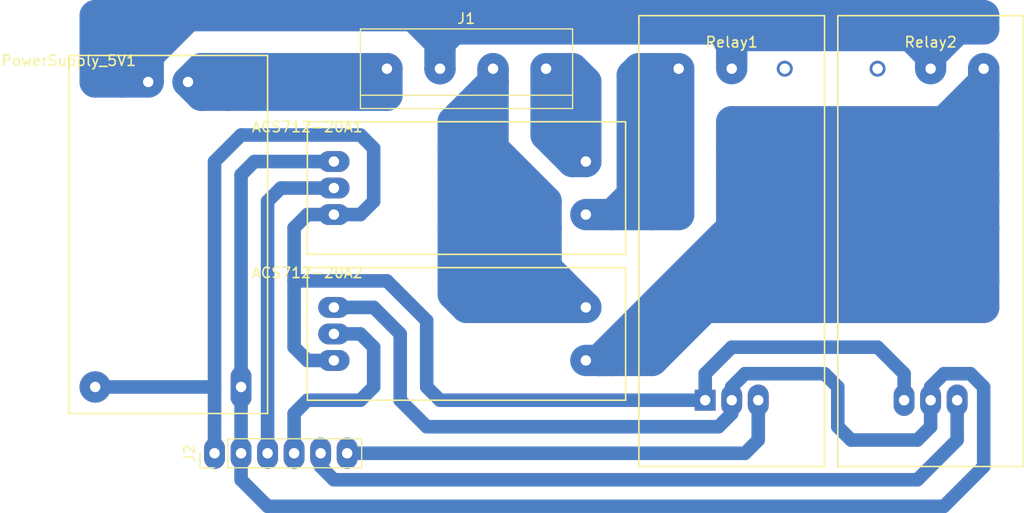
<source format=kicad_pcb>
(kicad_pcb (version 4) (host pcbnew 4.0.6)

  (general
    (links 22)
    (no_connects 0)
    (area 97.487618 38.939999 195.855001 88.480002)
    (thickness 1.6)
    (drawings 0)
    (tracks 240)
    (zones 0)
    (modules 7)
    (nets 15)
  )

  (page A4)
  (layers
    (0 F.Cu signal)
    (31 B.Cu signal)
    (32 B.Adhes user)
    (33 F.Adhes user)
    (34 B.Paste user)
    (35 F.Paste user)
    (36 B.SilkS user)
    (37 F.SilkS user)
    (38 B.Mask user)
    (39 F.Mask user)
    (40 Dwgs.User user)
    (41 Cmts.User user)
    (42 Eco1.User user)
    (43 Eco2.User user)
    (44 Edge.Cuts user)
    (45 Margin user)
    (46 B.CrtYd user)
    (47 F.CrtYd user)
    (48 B.Fab user)
    (49 F.Fab user)
  )

  (setup
    (last_trace_width 1.3)
    (trace_clearance 0.2)
    (zone_clearance 0.508)
    (zone_45_only no)
    (trace_min 0.2)
    (segment_width 0.2)
    (edge_width 0.1)
    (via_size 1.3)
    (via_drill 1.2)
    (via_min_size 0.4)
    (via_min_drill 0.3)
    (uvia_size 0.3)
    (uvia_drill 0.1)
    (uvias_allowed no)
    (uvia_min_size 0.2)
    (uvia_min_drill 0.1)
    (pcb_text_width 0.3)
    (pcb_text_size 1.5 1.5)
    (mod_edge_width 0.15)
    (mod_text_size 1 1)
    (mod_text_width 0.15)
    (pad_size 2 3)
    (pad_drill 1)
    (pad_to_mask_clearance 0)
    (aux_axis_origin 58.42 27.94)
    (visible_elements FFFFFF7F)
    (pcbplotparams
      (layerselection 0x00030_80000001)
      (usegerberextensions false)
      (excludeedgelayer true)
      (linewidth 0.100000)
      (plotframeref false)
      (viasonmask false)
      (mode 1)
      (useauxorigin false)
      (hpglpennumber 1)
      (hpglpenspeed 20)
      (hpglpendiameter 15)
      (hpglpenoverlay 2)
      (psnegative false)
      (psa4output false)
      (plotreference true)
      (plotvalue true)
      (plotinvisibletext false)
      (padsonsilk false)
      (subtractmaskfromsilk false)
      (outputformat 1)
      (mirror false)
      (drillshape 0)
      (scaleselection 1)
      (outputdirectory ""))
  )

  (net 0 "")
  (net 1 "Net-(ACS712-20A1-Pad1)")
  (net 2 "Net-(ACS712-20A1-Pad2)")
  (net 3 "Net-(ACS712-20A1-Pad3)")
  (net 4 "Net-(ACS712-20A1-Pad4)")
  (net 5 "Net-(ACS712-20A1-Pad5)")
  (net 6 "Net-(ACS712-20A2-Pad2)")
  (net 7 "Net-(ACS712-20A2-Pad4)")
  (net 8 "Net-(ACS712-20A2-Pad5)")
  (net 9 "Net-(J1-Pad2)")
  (net 10 "Net-(J1-Pad1)")
  (net 11 "Net-(J2-Pad5)")
  (net 12 "Net-(J2-Pad6)")
  (net 13 "Net-(Relay1-Pad3)")
  (net 14 "Net-(Relay2-Pad2)")

  (net_class Default "Esta es la clase de red por defecto."
    (clearance 0.2)
    (trace_width 1.3)
    (via_dia 1.3)
    (via_drill 1.2)
    (uvia_dia 0.3)
    (uvia_drill 0.1)
    (add_net "Net-(ACS712-20A1-Pad1)")
    (add_net "Net-(ACS712-20A1-Pad2)")
    (add_net "Net-(ACS712-20A1-Pad3)")
    (add_net "Net-(ACS712-20A1-Pad4)")
    (add_net "Net-(ACS712-20A1-Pad5)")
    (add_net "Net-(ACS712-20A2-Pad2)")
    (add_net "Net-(ACS712-20A2-Pad4)")
    (add_net "Net-(ACS712-20A2-Pad5)")
    (add_net "Net-(J1-Pad1)")
    (add_net "Net-(J1-Pad2)")
    (add_net "Net-(J2-Pad5)")
    (add_net "Net-(J2-Pad6)")
    (add_net "Net-(Relay1-Pad3)")
    (add_net "Net-(Relay2-Pad2)")
  )

  (net_class 220V ""
    (clearance 0.2)
    (trace_width 3)
    (via_dia 3)
    (via_drill 1.2)
    (uvia_dia 0.3)
    (uvia_drill 0.1)
  )

  (net_class "220V angosto" ""
    (clearance 0.2)
    (trace_width 3)
    (via_dia 3)
    (via_drill 1)
    (uvia_dia 0.3)
    (uvia_drill 0.1)
  )

  (net_class 5V ""
    (clearance 0.2)
    (trace_width 2)
    (via_dia 1.2)
    (via_drill 1)
    (uvia_dia 0.3)
    (uvia_drill 0.1)
  )

  (module "Huellas de Componentes DqR:ACS712" (layer F.Cu) (tedit 5999CED6) (tstamp 59964475)
    (at 127 64.77)
    (path /5986365D)
    (fp_text reference ACS712-20A2 (at 0 0.5) (layer F.SilkS)
      (effects (font (size 1 1) (thickness 0.15)))
    )
    (fp_text value ACS712-20A (at 0 -0.5) (layer F.Fab)
      (effects (font (size 1 1) (thickness 0.15)))
    )
    (fp_line (start 30.48 12.7) (end 30.48 0) (layer F.SilkS) (width 0.15))
    (fp_line (start 30.48 0) (end 0 0) (layer F.SilkS) (width 0.15))
    (fp_line (start 0 0) (end 0 12.7) (layer F.SilkS) (width 0.15))
    (fp_line (start 0 12.7) (end 30.48 12.7) (layer F.SilkS) (width 0.15))
    (pad 1 thru_hole oval (at 2.54 3.81) (size 3 2) (drill 1) (layers *.Cu *.Mask)
      (net 1 "Net-(ACS712-20A1-Pad1)"))
    (pad 2 thru_hole oval (at 2.54 6.35) (size 3 2) (drill 1) (layers *.Cu *.Mask)
      (net 6 "Net-(ACS712-20A2-Pad2)"))
    (pad 3 thru_hole oval (at 2.54 8.89) (size 3 2) (drill 1) (layers *.Cu *.Mask)
      (net 3 "Net-(ACS712-20A1-Pad3)"))
    (pad 4 thru_hole circle (at 26.67 3.81) (size 1.524 1.524) (drill 1) (layers *.Cu *.Mask)
      (net 7 "Net-(ACS712-20A2-Pad4)"))
    (pad 5 thru_hole circle (at 26.67 8.89) (size 1.524 1.524) (drill 1) (layers *.Cu *.Mask)
      (net 8 "Net-(ACS712-20A2-Pad5)"))
  )

  (module "Huellas de Componentes DqR:ACS712" (layer F.Cu) (tedit 5999CEE0) (tstamp 59964468)
    (at 127 50.8)
    (path /59863649)
    (fp_text reference ACS712-20A1 (at 0 0.5) (layer F.SilkS)
      (effects (font (size 1 1) (thickness 0.15)))
    )
    (fp_text value ACS712-20A (at 0 -0.5) (layer F.Fab)
      (effects (font (size 1 1) (thickness 0.15)))
    )
    (fp_line (start 30.48 12.7) (end 30.48 0) (layer F.SilkS) (width 0.15))
    (fp_line (start 30.48 0) (end 0 0) (layer F.SilkS) (width 0.15))
    (fp_line (start 0 0) (end 0 12.7) (layer F.SilkS) (width 0.15))
    (fp_line (start 0 12.7) (end 30.48 12.7) (layer F.SilkS) (width 0.15))
    (pad 1 thru_hole oval (at 2.54 3.81) (size 3 2) (drill 1) (layers *.Cu *.Mask)
      (net 1 "Net-(ACS712-20A1-Pad1)"))
    (pad 2 thru_hole oval (at 2.54 6.35) (size 3 2) (drill 1) (layers *.Cu *.Mask)
      (net 2 "Net-(ACS712-20A1-Pad2)"))
    (pad 3 thru_hole oval (at 2.54 8.89) (size 3 2) (drill 1) (layers *.Cu *.Mask)
      (net 3 "Net-(ACS712-20A1-Pad3)"))
    (pad 4 thru_hole circle (at 26.67 3.81) (size 1.524 1.524) (drill 1) (layers *.Cu *.Mask)
      (net 4 "Net-(ACS712-20A1-Pad4)"))
    (pad 5 thru_hole circle (at 26.67 8.89) (size 1.524 1.524) (drill 1) (layers *.Cu *.Mask)
      (net 5 "Net-(ACS712-20A1-Pad5)"))
  )

  (module Connectors:bornier4 (layer F.Cu) (tedit 5999CE73) (tstamp 5996448C)
    (at 134.62 45.72)
    (descr "Bornier d'alimentation 4 pins")
    (tags DEV)
    (path /59863F3A)
    (fp_text reference J1 (at 7.6 -4.8) (layer F.SilkS)
      (effects (font (size 1 1) (thickness 0.15)))
    )
    (fp_text value Screw_Terminal_1x04 (at -1.27 -5.08) (layer F.Fab)
      (effects (font (size 1 1) (thickness 0.15)))
    )
    (fp_line (start -2.48 2.55) (end 17.72 2.55) (layer F.Fab) (width 0.1))
    (fp_line (start -2.43 3.75) (end -2.48 3.75) (layer F.Fab) (width 0.1))
    (fp_line (start -2.48 3.75) (end -2.48 -3.75) (layer F.Fab) (width 0.1))
    (fp_line (start -2.48 -3.75) (end 17.72 -3.75) (layer F.Fab) (width 0.1))
    (fp_line (start 17.72 -3.75) (end 17.72 3.75) (layer F.Fab) (width 0.1))
    (fp_line (start 17.72 3.75) (end -2.43 3.75) (layer F.Fab) (width 0.1))
    (fp_line (start -2.54 -3.81) (end -2.54 3.81) (layer F.SilkS) (width 0.12))
    (fp_line (start 17.78 3.81) (end 17.78 -3.81) (layer F.SilkS) (width 0.12))
    (fp_line (start 17.78 2.54) (end -2.54 2.54) (layer F.SilkS) (width 0.12))
    (fp_line (start -2.54 -3.81) (end 17.78 -3.81) (layer F.SilkS) (width 0.12))
    (fp_line (start -2.54 3.81) (end 17.78 3.81) (layer F.SilkS) (width 0.12))
    (fp_line (start -2.73 -4) (end 17.97 -4) (layer F.CrtYd) (width 0.05))
    (fp_line (start -2.73 -4) (end -2.73 4) (layer F.CrtYd) (width 0.05))
    (fp_line (start 17.97 4) (end 17.97 -4) (layer F.CrtYd) (width 0.05))
    (fp_line (start 17.97 4) (end -2.73 4) (layer F.CrtYd) (width 0.05))
    (pad 2 thru_hole circle (at 5.08 0) (size 3 3) (drill 1) (layers *.Cu *.Mask)
      (net 9 "Net-(J1-Pad2)"))
    (pad 3 thru_hole circle (at 10.16 0) (size 3 3) (drill 1) (layers *.Cu *.Mask)
      (net 7 "Net-(ACS712-20A2-Pad4)"))
    (pad 1 thru_hole circle (at 0 0) (size 3 3) (drill 1) (layers *.Cu *.Mask)
      (net 10 "Net-(J1-Pad1)"))
    (pad 4 thru_hole circle (at 15.24 0) (size 3 3) (drill 1) (layers *.Cu *.Mask)
      (net 4 "Net-(ACS712-20A1-Pad4)"))
    (model Connectors.3dshapes/bornier4.wrl
      (at (xyz 0 0 0))
      (scale (xyz 1 1 1))
      (rotate (xyz 0 0 0))
    )
  )

  (module "Huellas de Componentes DqR:PowerSupply5V" (layer F.Cu) (tedit 5999CEFA) (tstamp 599644B0)
    (at 104.14 44.45)
    (path /598643CC)
    (fp_text reference PowerSupply_5V1 (at 0 0.5) (layer F.SilkS)
      (effects (font (size 1 1) (thickness 0.15)))
    )
    (fp_text value PowerSupply_5V (at 0 -0.5) (layer F.Fab)
      (effects (font (size 1 1) (thickness 0.15)))
    )
    (fp_line (start 19.05 34.29) (end 19.05 0) (layer F.SilkS) (width 0.15))
    (fp_line (start 19.05 0) (end 0 0) (layer F.SilkS) (width 0.15))
    (fp_line (start 0 0) (end 0 34.29) (layer F.SilkS) (width 0.15))
    (fp_line (start 0 34.29) (end 19.05 34.29) (layer F.SilkS) (width 0.15))
    (pad 1 thru_hole circle (at 7.62 2.54) (size 2 2) (drill 1) (layers *.Cu *.Mask)
      (net 9 "Net-(J1-Pad2)"))
    (pad 2 thru_hole circle (at 11.43 2.54) (size 2 2) (drill 1) (layers *.Cu *.Mask)
      (net 10 "Net-(J1-Pad1)"))
    (pad 3 thru_hole circle (at 2.54 31.75) (size 3 3) (drill 1) (layers *.Cu *.Mask)
      (net 3 "Net-(ACS712-20A1-Pad3)"))
    (pad 4 thru_hole oval (at 16.51 31.75) (size 2 4) (drill 1) (layers *.Cu *.Mask)
      (net 1 "Net-(ACS712-20A1-Pad1)"))
  )

  (module "Huellas de Componentes DqR:Relay" (layer F.Cu) (tedit 5999CF57) (tstamp 599644BE)
    (at 158.75 40.64)
    (path /59863DAD)
    (fp_text reference Relay1 (at 8.89 2.54) (layer F.SilkS)
      (effects (font (size 1 1) (thickness 0.15)))
    )
    (fp_text value Relay (at 8.89 1.27) (layer F.Fab)
      (effects (font (size 1 1) (thickness 0.15)))
    )
    (fp_line (start 17.78 43.18) (end 17.78 0) (layer F.SilkS) (width 0.15))
    (fp_line (start 17.78 0) (end 0 0) (layer F.SilkS) (width 0.15))
    (fp_line (start 0 0) (end 0 43.18) (layer F.SilkS) (width 0.15))
    (fp_line (start 0 43.18) (end 17.78 43.18) (layer F.SilkS) (width 0.15))
    (pad 4 thru_hole trapezoid (at 6.35 36.83) (size 2 2) (drill 1) (layers *.Cu *.Mask)
      (net 3 "Net-(ACS712-20A1-Pad3)"))
    (pad 5 thru_hole oval (at 8.89 36.83) (size 2 3) (drill 1) (layers *.Cu *.Mask)
      (net 1 "Net-(ACS712-20A1-Pad1)"))
    (pad 6 thru_hole oval (at 11.43 36.83) (size 2 3) (drill 1) (layers *.Cu *.Mask)
      (net 12 "Net-(J2-Pad6)"))
    (pad 2 thru_hole circle (at 3.81 5.08) (size 1.524 1.524) (drill 1) (layers *.Cu *.Mask)
      (net 5 "Net-(ACS712-20A1-Pad5)"))
    (pad 1 thru_hole circle (at 8.89 5.08) (size 2 2) (drill 1) (layers *.Cu *.Mask)
      (net 9 "Net-(J1-Pad2)"))
    (pad 3 thru_hole circle (at 13.97 5.08) (size 1.524 1.524) (drill 1) (layers *.Cu *.Mask)
      (net 13 "Net-(Relay1-Pad3)"))
  )

  (module "Huellas de Componentes DqR:Relay" (layer F.Cu) (tedit 5999CEC1) (tstamp 599644CC)
    (at 177.8 40.64)
    (path /59863DC1)
    (fp_text reference Relay2 (at 8.89 2.54) (layer F.SilkS)
      (effects (font (size 1 1) (thickness 0.15)))
    )
    (fp_text value Relay (at 8.89 1.27) (layer F.Fab)
      (effects (font (size 1 1) (thickness 0.15)))
    )
    (fp_line (start 17.78 43.18) (end 17.78 0) (layer F.SilkS) (width 0.15))
    (fp_line (start 17.78 0) (end 0 0) (layer F.SilkS) (width 0.15))
    (fp_line (start 0 0) (end 0 43.18) (layer F.SilkS) (width 0.15))
    (fp_line (start 0 43.18) (end 17.78 43.18) (layer F.SilkS) (width 0.15))
    (pad 4 thru_hole oval (at 6.35 36.83) (size 2 3) (drill 1) (layers *.Cu *.Mask)
      (net 3 "Net-(ACS712-20A1-Pad3)"))
    (pad 5 thru_hole oval (at 8.89 36.83) (size 2 3) (drill 1) (layers *.Cu *.Mask)
      (net 1 "Net-(ACS712-20A1-Pad1)"))
    (pad 6 thru_hole oval (at 11.43 36.83) (size 2 3) (drill 1) (layers *.Cu *.Mask)
      (net 11 "Net-(J2-Pad5)"))
    (pad 2 thru_hole circle (at 3.81 5.08) (size 1.524 1.524) (drill 1) (layers *.Cu *.Mask)
      (net 14 "Net-(Relay2-Pad2)"))
    (pad 1 thru_hole circle (at 8.89 5.08) (size 1.524 1.524) (drill 1) (layers *.Cu *.Mask)
      (net 9 "Net-(J1-Pad2)"))
    (pad 3 thru_hole circle (at 13.97 5.08) (size 1.524 1.524) (drill 1) (layers *.Cu *.Mask)
      (net 8 "Net-(ACS712-20A2-Pad5)"))
  )

  (module Pin_Headers:Pin_Header_Straight_1x06_Pitch2.54mm (layer F.Cu) (tedit 5999CCAB) (tstamp 599644A4)
    (at 118.11 82.55 90)
    (descr "Through hole straight pin header, 1x06, 2.54mm pitch, single row")
    (tags "Through hole pin header THT 1x06 2.54mm single row")
    (path /5987931C)
    (fp_text reference J2 (at 0 -2.39 90) (layer F.SilkS)
      (effects (font (size 1 1) (thickness 0.15)))
    )
    (fp_text value CONN_01X06 (at 0 15.09 90) (layer F.Fab)
      (effects (font (size 1 1) (thickness 0.15)))
    )
    (fp_line (start -1.27 -1.27) (end -1.27 13.97) (layer F.Fab) (width 0.1))
    (fp_line (start -1.27 13.97) (end 1.27 13.97) (layer F.Fab) (width 0.1))
    (fp_line (start 1.27 13.97) (end 1.27 -1.27) (layer F.Fab) (width 0.1))
    (fp_line (start 1.27 -1.27) (end -1.27 -1.27) (layer F.Fab) (width 0.1))
    (fp_line (start -1.39 1.27) (end -1.39 14.09) (layer F.SilkS) (width 0.12))
    (fp_line (start -1.39 14.09) (end 1.39 14.09) (layer F.SilkS) (width 0.12))
    (fp_line (start 1.39 14.09) (end 1.39 1.27) (layer F.SilkS) (width 0.12))
    (fp_line (start 1.39 1.27) (end -1.39 1.27) (layer F.SilkS) (width 0.12))
    (fp_line (start -1.39 0) (end -1.39 -1.39) (layer F.SilkS) (width 0.12))
    (fp_line (start -1.39 -1.39) (end 0 -1.39) (layer F.SilkS) (width 0.12))
    (fp_line (start -1.6 -1.6) (end -1.6 14.3) (layer F.CrtYd) (width 0.05))
    (fp_line (start -1.6 14.3) (end 1.6 14.3) (layer F.CrtYd) (width 0.05))
    (fp_line (start 1.6 14.3) (end 1.6 -1.6) (layer F.CrtYd) (width 0.05))
    (fp_line (start 1.6 -1.6) (end -1.6 -1.6) (layer F.CrtYd) (width 0.05))
    (pad 1 thru_hole oval (at 0 0 90) (size 3 2) (drill 1) (layers *.Cu *.Mask)
      (net 3 "Net-(ACS712-20A1-Pad3)"))
    (pad 2 thru_hole oval (at 0 2.54 90) (size 3 2) (drill 1) (layers *.Cu *.Mask)
      (net 1 "Net-(ACS712-20A1-Pad1)"))
    (pad 3 thru_hole oval (at 0 5.08 90) (size 3 2) (drill 1) (layers *.Cu *.Mask)
      (net 2 "Net-(ACS712-20A1-Pad2)"))
    (pad 4 thru_hole oval (at 0 7.62 90) (size 3 2) (drill 1) (layers *.Cu *.Mask)
      (net 6 "Net-(ACS712-20A2-Pad2)"))
    (pad 5 thru_hole oval (at 0 10.16 90) (size 3 2) (drill 1) (layers *.Cu *.Mask)
      (net 11 "Net-(J2-Pad5)"))
    (pad 6 thru_hole oval (at 0 12.7 90) (size 3 2) (drill 1) (layers *.Cu *.Mask)
      (net 12 "Net-(J2-Pad6)"))
    (model Pin_Headers.3dshapes/Pin_Header_Straight_1x06_Pitch2.54mm.wrl
      (at (xyz 0 -0.25 0))
      (scale (xyz 1 1 1))
      (rotate (xyz 0 0 90))
    )
  )

  (segment (start 129.54 68.58) (end 133.35 68.58) (width 1.3) (layer B.Cu) (net 1))
  (segment (start 167.64 78.74) (end 167.64 77.47) (width 1.3) (layer B.Cu) (net 1) (tstamp 5999C810))
  (segment (start 166.37 80.01) (end 167.64 78.74) (width 1.3) (layer B.Cu) (net 1) (tstamp 5999C807))
  (segment (start 138.43 80.01) (end 166.37 80.01) (width 1.3) (layer B.Cu) (net 1) (tstamp 5999C805))
  (segment (start 135.89 77.47) (end 138.43 80.01) (width 1.3) (layer B.Cu) (net 1) (tstamp 5999C802))
  (segment (start 135.89 71.12) (end 135.89 77.47) (width 1.3) (layer B.Cu) (net 1) (tstamp 5999C801))
  (segment (start 133.35 68.58) (end 135.89 71.12) (width 1.3) (layer B.Cu) (net 1) (tstamp 5999C7FF))
  (segment (start 120.65 81.28) (end 120.65 85.09) (width 1.3) (layer B.Cu) (net 1))
  (segment (start 186.69 76.2) (end 186.69 77.47) (width 1.3) (layer B.Cu) (net 1) (tstamp 59999644))
  (segment (start 187.96 74.93) (end 186.69 76.2) (width 1.3) (layer B.Cu) (net 1) (tstamp 59999643))
  (segment (start 190.5 74.93) (end 187.96 74.93) (width 1.3) (layer B.Cu) (net 1) (tstamp 59999642))
  (segment (start 191.77 76.2) (end 190.5 74.93) (width 1.3) (layer B.Cu) (net 1) (tstamp 5999963D))
  (segment (start 191.77 83.82) (end 191.77 76.2) (width 1.3) (layer B.Cu) (net 1) (tstamp 59999639))
  (segment (start 187.96 87.63) (end 191.77 83.82) (width 1.3) (layer B.Cu) (net 1) (tstamp 59999638))
  (segment (start 123.19 87.63) (end 187.96 87.63) (width 1.3) (layer B.Cu) (net 1) (tstamp 59999634))
  (segment (start 120.65 85.09) (end 123.19 87.63) (width 1.3) (layer B.Cu) (net 1) (tstamp 59999631))
  (segment (start 120.65 76.2) (end 120.65 55.88) (width 1.3) (layer B.Cu) (net 1))
  (segment (start 120.65 55.88) (end 121.92 54.61) (width 1.3) (layer B.Cu) (net 1) (tstamp 599994EF))
  (segment (start 121.92 54.61) (end 129.54 54.61) (width 1.3) (layer B.Cu) (net 1) (tstamp 599994F1))
  (segment (start 120.65 76.2) (end 120.65 81.28) (width 1.3) (layer B.Cu) (net 1))
  (segment (start 167.64 77.47) (end 167.64 76.2) (width 1.3) (layer B.Cu) (net 1))
  (segment (start 167.64 76.2) (end 168.91 74.93) (width 1.3) (layer B.Cu) (net 1) (tstamp 59999472))
  (segment (start 168.91 74.93) (end 176.53 74.93) (width 1.3) (layer B.Cu) (net 1) (tstamp 59999474))
  (segment (start 176.53 74.93) (end 177.8 76.2) (width 1.3) (layer B.Cu) (net 1) (tstamp 59999475))
  (segment (start 177.8 76.2) (end 177.8 80.01) (width 1.3) (layer B.Cu) (net 1) (tstamp 59999476))
  (segment (start 177.8 80.01) (end 179.07 81.28) (width 1.3) (layer B.Cu) (net 1) (tstamp 59999478))
  (segment (start 179.07 81.28) (end 185.42 81.28) (width 1.3) (layer B.Cu) (net 1) (tstamp 5999947C))
  (segment (start 185.42 81.28) (end 186.69 80.01) (width 1.3) (layer B.Cu) (net 1) (tstamp 5999947F))
  (segment (start 186.69 80.01) (end 186.69 77.47) (width 1.3) (layer B.Cu) (net 1) (tstamp 59999480))
  (segment (start 123.19 82.55) (end 123.19 81.28) (width 1.3) (layer B.Cu) (net 2))
  (segment (start 123.19 58.42) (end 124.46 57.15) (width 1.3) (layer B.Cu) (net 2) (tstamp 599994C7))
  (segment (start 124.46 57.15) (end 129.54 57.15) (width 1.3) (layer B.Cu) (net 2) (tstamp 599994CA))
  (segment (start 123.19 81.28) (end 123.19 58.42) (width 1.3) (layer B.Cu) (net 2))
  (segment (start 118.11 82.55) (end 118.11 81.28) (width 1.3) (layer B.Cu) (net 3))
  (segment (start 118.11 81.28) (end 118.11 76.2) (width 1.3) (layer B.Cu) (net 3))
  (segment (start 165.1 77.47) (end 139.7 77.47) (width 1.3) (layer B.Cu) (net 3))
  (segment (start 134.62 66.04) (end 125.73 66.04) (width 1.3) (layer B.Cu) (net 3) (tstamp 5999C7E6))
  (segment (start 138.43 69.85) (end 134.62 66.04) (width 1.3) (layer B.Cu) (net 3) (tstamp 5999C7E1))
  (segment (start 138.43 76.2) (end 138.43 69.85) (width 1.3) (layer B.Cu) (net 3) (tstamp 5999C7DD))
  (segment (start 139.7 77.47) (end 138.43 76.2) (width 1.3) (layer B.Cu) (net 3) (tstamp 5999C7D8))
  (segment (start 106.68 76.2) (end 118.11 76.2) (width 1.3) (layer B.Cu) (net 3))
  (segment (start 118.11 76.2) (end 118.11 54.61) (width 1.3) (layer B.Cu) (net 3) (tstamp 5999A593))
  (segment (start 132.08 59.69) (end 129.54 59.69) (width 1.3) (layer B.Cu) (net 3) (tstamp 5999A52E))
  (segment (start 133.35 58.42) (end 132.08 59.69) (width 1.3) (layer B.Cu) (net 3) (tstamp 5999A52D))
  (segment (start 133.35 53.34) (end 133.35 58.42) (width 1.3) (layer B.Cu) (net 3) (tstamp 5999A52C))
  (segment (start 132.08 52.07) (end 133.35 53.34) (width 1.3) (layer B.Cu) (net 3) (tstamp 5999A529))
  (segment (start 120.65 52.07) (end 132.08 52.07) (width 1.3) (layer B.Cu) (net 3) (tstamp 5999A528))
  (segment (start 118.11 54.61) (end 120.65 52.07) (width 1.3) (layer B.Cu) (net 3) (tstamp 5999A523))
  (segment (start 165.1 77.47) (end 165.1 77.47) (width 1.3) (layer B.Cu) (net 3) (tstamp 5999A44C))
  (segment (start 129.54 59.69) (end 127 59.69) (width 1.3) (layer B.Cu) (net 3))
  (segment (start 127 59.69) (end 125.73 60.96) (width 1.3) (layer B.Cu) (net 3) (tstamp 5999A432))
  (segment (start 125.73 60.96) (end 125.73 66.04) (width 1.3) (layer B.Cu) (net 3) (tstamp 5999A433))
  (segment (start 125.73 66.04) (end 125.73 67.31) (width 1.3) (layer B.Cu) (net 3) (tstamp 5999A43F))
  (segment (start 127 73.66) (end 125.73 72.39) (width 1.3) (layer B.Cu) (net 3) (tstamp 59999D2C))
  (segment (start 125.73 72.39) (end 125.73 67.31) (width 1.3) (layer B.Cu) (net 3) (tstamp 59999D2D))
  (segment (start 129.54 73.66) (end 127 73.66) (width 1.3) (layer B.Cu) (net 3))
  (segment (start 184.15 77.47) (end 184.15 74.93) (width 1.3) (layer B.Cu) (net 3))
  (segment (start 184.15 74.93) (end 181.61 72.39) (width 1.3) (layer B.Cu) (net 3) (tstamp 59999CEA))
  (segment (start 181.61 72.39) (end 167.64 72.39) (width 1.3) (layer B.Cu) (net 3) (tstamp 59999CEB))
  (segment (start 167.64 72.39) (end 165.1 74.93) (width 1.3) (layer B.Cu) (net 3) (tstamp 59999CEE))
  (segment (start 165.1 74.93) (end 165.1 77.47) (width 1.3) (layer B.Cu) (net 3) (tstamp 59999CF0))
  (segment (start 153.67 54.61) (end 152.4 54.61) (width 3) (layer B.Cu) (net 4))
  (segment (start 153.67 54.61) (end 153.67 46.99) (width 3) (layer B.Cu) (net 4))
  (segment (start 152.4 45.72) (end 149.86 45.72) (width 3) (layer B.Cu) (net 4) (tstamp 599998CB))
  (segment (start 153.67 46.99) (end 152.4 45.72) (width 3) (layer B.Cu) (net 4) (tstamp 599998C7))
  (segment (start 149.86 45.72) (end 149.86 52.07) (width 3) (layer B.Cu) (net 4) (tstamp 599998CC))
  (segment (start 149.86 52.07) (end 152.4 54.61) (width 3) (layer B.Cu) (net 4) (tstamp 599998CE))
  (segment (start 152.4 54.61) (end 152.4 52.07) (width 3) (layer B.Cu) (net 4) (tstamp 599998D0))
  (segment (start 152.4 52.07) (end 152.4 48.26) (width 3) (layer B.Cu) (net 4) (tstamp 599998D1))
  (segment (start 158.115 57.785) (end 158.115 46.355) (width 3) (layer B.Cu) (net 5))
  (segment (start 158.75 45.72) (end 160.02 45.72) (width 3) (layer B.Cu) (net 5) (tstamp 59999A9A))
  (segment (start 158.115 46.355) (end 158.75 45.72) (width 3) (layer B.Cu) (net 5) (tstamp 59999A98))
  (segment (start 160.02 59.69) (end 160.02 53.34) (width 3) (layer B.Cu) (net 5))
  (segment (start 160.02 53.34) (end 160.02 55.88) (width 3) (layer B.Cu) (net 5) (tstamp 599998BF))
  (segment (start 160.02 55.88) (end 158.115 57.785) (width 3) (layer B.Cu) (net 5) (tstamp 599998C0))
  (segment (start 158.115 57.785) (end 156.21 59.69) (width 3) (layer B.Cu) (net 5) (tstamp 59999A96))
  (segment (start 162.56 45.72) (end 162.56 59.69) (width 3) (layer B.Cu) (net 5))
  (segment (start 162.56 59.69) (end 160.02 59.69) (width 3) (layer B.Cu) (net 5) (tstamp 5999988A))
  (segment (start 160.02 59.69) (end 156.21 59.69) (width 3) (layer B.Cu) (net 5) (tstamp 599998BD))
  (segment (start 156.21 59.69) (end 153.67 59.69) (width 3) (layer B.Cu) (net 5) (tstamp 599998C3))
  (segment (start 160.02 45.72) (end 162.56 45.72) (width 3) (layer B.Cu) (net 5))
  (segment (start 160.02 45.72) (end 160.02 53.34) (width 3) (layer B.Cu) (net 5) (tstamp 599998A8))
  (segment (start 125.73 82.55) (end 125.73 81.28) (width 1.3) (layer B.Cu) (net 6))
  (segment (start 125.73 78.74) (end 127 77.47) (width 1.3) (layer B.Cu) (net 6) (tstamp 59999700))
  (segment (start 127 77.47) (end 132.08 77.47) (width 1.3) (layer B.Cu) (net 6) (tstamp 59999702))
  (segment (start 132.08 77.47) (end 133.35 76.2) (width 1.3) (layer B.Cu) (net 6) (tstamp 59999703))
  (segment (start 133.35 76.2) (end 133.35 72.39) (width 1.3) (layer B.Cu) (net 6) (tstamp 59999704))
  (segment (start 133.35 72.39) (end 132.08 71.12) (width 1.3) (layer B.Cu) (net 6) (tstamp 59999705))
  (segment (start 132.08 71.12) (end 129.54 71.12) (width 1.3) (layer B.Cu) (net 6) (tstamp 59999706))
  (segment (start 125.73 81.28) (end 125.73 78.74) (width 1.3) (layer B.Cu) (net 6))
  (segment (start 144.78 45.72) (end 144.78 46.99) (width 3) (layer B.Cu) (net 7))
  (segment (start 144.78 50.8) (end 140.97 50.8) (width 3) (layer B.Cu) (net 7))
  (segment (start 144.78 53.34) (end 143.51 53.34) (width 3) (layer B.Cu) (net 7))
  (segment (start 143.51 53.34) (end 140.97 50.8) (width 3) (layer B.Cu) (net 7) (tstamp 599997B8))
  (segment (start 144.78 53.34) (end 144.78 53.34) (width 3) (layer B.Cu) (net 7))
  (segment (start 144.78 53.34) (end 140.97 53.34) (width 3) (layer B.Cu) (net 7) (tstamp 599997B6))
  (segment (start 140.97 53.34) (end 142.24 53.34) (width 3) (layer B.Cu) (net 7) (tstamp 599997B1))
  (segment (start 142.24 53.34) (end 140.97 53.34) (width 3) (layer B.Cu) (net 7) (tstamp 599997B3))
  (segment (start 147.32 55.88) (end 140.97 55.88) (width 3) (layer B.Cu) (net 7))
  (segment (start 140.97 55.88) (end 142.24 55.88) (width 3) (layer B.Cu) (net 7) (tstamp 599997AC))
  (segment (start 142.24 55.88) (end 140.97 55.88) (width 3) (layer B.Cu) (net 7) (tstamp 599997AE))
  (segment (start 149.86 58.42) (end 140.97 58.42) (width 3) (layer B.Cu) (net 7))
  (segment (start 140.97 58.42) (end 142.24 58.42) (width 3) (layer B.Cu) (net 7) (tstamp 599997A5))
  (segment (start 142.24 58.42) (end 140.97 58.42) (width 3) (layer B.Cu) (net 7) (tstamp 599997A7))
  (segment (start 149.86 60.96) (end 140.97 60.96) (width 3) (layer B.Cu) (net 7))
  (segment (start 140.97 60.96) (end 142.24 60.96) (width 3) (layer B.Cu) (net 7) (tstamp 599997A0))
  (segment (start 142.24 60.96) (end 140.97 60.96) (width 3) (layer B.Cu) (net 7) (tstamp 599997A2))
  (segment (start 149.86 63.5) (end 140.97 63.5) (width 3) (layer B.Cu) (net 7))
  (segment (start 140.97 63.5) (end 142.24 63.5) (width 3) (layer B.Cu) (net 7) (tstamp 59999799))
  (segment (start 142.24 63.5) (end 140.97 63.5) (width 3) (layer B.Cu) (net 7) (tstamp 5999979B))
  (segment (start 151.13 66.04) (end 140.97 66.04) (width 3) (layer B.Cu) (net 7))
  (segment (start 140.97 66.04) (end 142.24 66.04) (width 3) (layer B.Cu) (net 7) (tstamp 59999792))
  (segment (start 142.24 66.04) (end 140.97 66.04) (width 3) (layer B.Cu) (net 7) (tstamp 59999794))
  (segment (start 149.86 64.77) (end 149.86 63.5) (width 3) (layer B.Cu) (net 7))
  (segment (start 149.86 63.5) (end 149.86 60.96) (width 3) (layer B.Cu) (net 7) (tstamp 59999797))
  (segment (start 149.86 60.96) (end 149.86 58.42) (width 3) (layer B.Cu) (net 7) (tstamp 5999979E))
  (segment (start 149.86 58.42) (end 147.32 55.88) (width 3) (layer B.Cu) (net 7) (tstamp 59999783))
  (segment (start 147.32 55.88) (end 144.78 53.34) (width 3) (layer B.Cu) (net 7) (tstamp 599997AA))
  (segment (start 153.67 68.58) (end 142.24 68.58) (width 3) (layer B.Cu) (net 7))
  (segment (start 142.24 68.58) (end 140.97 67.31) (width 3) (layer B.Cu) (net 7) (tstamp 59999770))
  (segment (start 140.97 67.31) (end 140.97 66.04) (width 3) (layer B.Cu) (net 7) (tstamp 59999774))
  (segment (start 140.97 50.8) (end 144.78 46.99) (width 3) (layer B.Cu) (net 7) (tstamp 59999777))
  (segment (start 140.97 53.34) (end 140.97 50.8) (width 3) (layer B.Cu) (net 7) (tstamp 599997B4))
  (segment (start 140.97 55.88) (end 140.97 53.34) (width 3) (layer B.Cu) (net 7) (tstamp 599997AF))
  (segment (start 140.97 58.42) (end 140.97 55.88) (width 3) (layer B.Cu) (net 7) (tstamp 599997A8))
  (segment (start 140.97 60.96) (end 140.97 58.42) (width 3) (layer B.Cu) (net 7) (tstamp 599997A3))
  (segment (start 140.97 63.5) (end 140.97 60.96) (width 3) (layer B.Cu) (net 7) (tstamp 5999979C))
  (segment (start 140.97 66.04) (end 140.97 63.5) (width 3) (layer B.Cu) (net 7) (tstamp 59999795))
  (segment (start 144.78 46.99) (end 144.78 48.26) (width 3) (layer B.Cu) (net 7) (tstamp 5999977B))
  (segment (start 144.78 45.72) (end 144.78 48.26) (width 3) (layer B.Cu) (net 7))
  (segment (start 144.78 48.26) (end 144.78 50.8) (width 3) (layer B.Cu) (net 7) (tstamp 5999977F))
  (segment (start 144.78 50.8) (end 144.78 53.34) (width 3) (layer B.Cu) (net 7) (tstamp 599997BB))
  (segment (start 149.86 64.77) (end 151.13 66.04) (width 3) (layer B.Cu) (net 7) (tstamp 59999781))
  (segment (start 151.13 66.04) (end 153.67 68.58) (width 3) (layer B.Cu) (net 7) (tstamp 59999790))
  (segment (start 158.75 73.66) (end 160.02 73.66) (width 3) (layer B.Cu) (net 8))
  (segment (start 160.02 73.66) (end 165.1 68.58) (width 3) (layer B.Cu) (net 8) (tstamp 59999B49))
  (segment (start 153.67 73.66) (end 154.94 73.66) (width 3) (layer B.Cu) (net 8))
  (segment (start 154.94 73.66) (end 167.64 60.96) (width 3) (layer B.Cu) (net 8) (tstamp 59999B03))
  (segment (start 167.64 60.96) (end 167.64 66.04) (width 3) (layer B.Cu) (net 8) (tstamp 59999B0A))
  (segment (start 167.64 66.04) (end 163.83 66.04) (width 3) (layer B.Cu) (net 8) (tstamp 59999B0C))
  (segment (start 161.29 68.58) (end 158.75 71.12) (width 3) (layer B.Cu) (net 8))
  (segment (start 161.29 68.58) (end 165.1 68.58) (width 3) (layer B.Cu) (net 8) (tstamp 599999E0))
  (segment (start 165.1 68.58) (end 166.856596 68.58) (width 3) (layer B.Cu) (net 8) (tstamp 59999B4D))
  (segment (start 191.77 68.58) (end 191.77 66.04) (width 3) (layer B.Cu) (net 8) (tstamp 599999E4))
  (segment (start 166.856596 68.58) (end 191.77 68.58) (width 3) (layer B.Cu) (net 8) (tstamp 59999B1D))
  (segment (start 154.94 73.66) (end 156.21 73.66) (width 3) (layer B.Cu) (net 8))
  (segment (start 156.21 73.66) (end 158.75 71.12) (width 3) (layer B.Cu) (net 8) (tstamp 59999A60))
  (segment (start 191.77 52.07) (end 190.5 52.07) (width 3) (layer B.Cu) (net 8))
  (segment (start 189.23 53.34) (end 167.64 53.34) (width 3) (layer B.Cu) (net 8))
  (segment (start 190.5 52.07) (end 189.23 53.34) (width 3) (layer B.Cu) (net 8) (tstamp 59999A54))
  (segment (start 191.77 55.88) (end 167.64 55.88) (width 3) (layer B.Cu) (net 8))
  (segment (start 191.77 58.42) (end 170.18 58.42) (width 3) (layer B.Cu) (net 8))
  (segment (start 170.18 58.42) (end 167.64 60.96) (width 3) (layer B.Cu) (net 8) (tstamp 59999A49))
  (segment (start 191.77 60.96) (end 167.64 60.96) (width 3) (layer B.Cu) (net 8))
  (segment (start 189.23 63.5) (end 167.64 63.5) (width 3) (layer B.Cu) (net 8))
  (segment (start 167.64 50.8) (end 187.96 50.8) (width 3) (layer B.Cu) (net 8))
  (segment (start 191.77 46.99) (end 191.77 45.72) (width 3) (layer B.Cu) (net 8) (tstamp 59999A18))
  (segment (start 167.64 53.34) (end 167.64 50.8) (width 3) (layer B.Cu) (net 8) (tstamp 59999A33))
  (segment (start 187.96 50.8) (end 191.77 46.99) (width 3) (layer B.Cu) (net 8) (tstamp 59999A11))
  (segment (start 167.64 63.5) (end 167.64 60.96) (width 3) (layer B.Cu) (net 8) (tstamp 59999A21))
  (segment (start 167.64 60.96) (end 167.64 55.88) (width 3) (layer B.Cu) (net 8) (tstamp 59999A45))
  (segment (start 167.64 55.88) (end 167.64 53.34) (width 3) (layer B.Cu) (net 8) (tstamp 59999A50))
  (segment (start 191.77 66.04) (end 187.96 66.04) (width 3) (layer B.Cu) (net 8))
  (segment (start 187.96 66.04) (end 167.64 66.04) (width 3) (layer B.Cu) (net 8) (tstamp 59999A07))
  (segment (start 167.64 66.04) (end 167.64 63.5) (width 3) (layer B.Cu) (net 8))
  (segment (start 158.75 73.66) (end 158.75 71.12) (width 3) (layer B.Cu) (net 8))
  (segment (start 154.94 73.66) (end 158.75 73.66) (width 3) (layer B.Cu) (net 8) (tstamp 59999A5E))
  (segment (start 191.77 66.04) (end 191.77 60.96) (width 3) (layer B.Cu) (net 8) (tstamp 59999A26))
  (segment (start 191.77 60.96) (end 191.77 58.42) (width 3) (layer B.Cu) (net 8) (tstamp 59999A41))
  (segment (start 191.77 58.42) (end 191.77 55.88) (width 3) (layer B.Cu) (net 8) (tstamp 59999A47))
  (segment (start 191.77 55.88) (end 191.77 52.07) (width 3) (layer B.Cu) (net 8) (tstamp 59999A4C))
  (segment (start 191.77 52.07) (end 191.77 45.72) (width 3) (layer B.Cu) (net 8) (tstamp 59999A52))
  (segment (start 167.64 44.45) (end 165.1 41.91) (width 1.3) (layer B.Cu) (net 9))
  (segment (start 167.64 41.91) (end 165.1 41.91) (width 3) (layer B.Cu) (net 9))
  (segment (start 165.1 41.91) (end 140.97 41.91) (width 3) (layer B.Cu) (net 9) (tstamp 59999D73))
  (segment (start 140.97 41.91) (end 139.7 43.18) (width 3) (layer B.Cu) (net 9) (tstamp 59999BBB))
  (segment (start 186.055 43.815) (end 187.325 43.815) (width 3) (layer B.Cu) (net 9))
  (segment (start 189.23 40.64) (end 182.88 40.64) (width 3) (layer B.Cu) (net 9) (tstamp 599999AC))
  (segment (start 191.77 40.64) (end 189.23 40.64) (width 3) (layer B.Cu) (net 9) (tstamp 599999AA))
  (segment (start 191.77 41.91) (end 191.77 40.64) (width 3) (layer B.Cu) (net 9) (tstamp 599999A9))
  (segment (start 189.23 41.91) (end 191.77 41.91) (width 3) (layer B.Cu) (net 9) (tstamp 599999A7))
  (segment (start 187.325 43.815) (end 189.23 41.91) (width 3) (layer B.Cu) (net 9) (tstamp 599999A6))
  (segment (start 184.785 42.545) (end 168.91 42.545) (width 3) (layer B.Cu) (net 9))
  (segment (start 168.91 42.545) (end 167.64 42.545) (width 3) (layer B.Cu) (net 9) (tstamp 59998CA8))
  (segment (start 167.64 42.545) (end 167.64 41.91) (width 3) (layer B.Cu) (net 9) (tstamp 59998CA1))
  (segment (start 182.88 40.64) (end 184.785 42.545) (width 3) (layer B.Cu) (net 9))
  (segment (start 184.785 42.545) (end 186.055 43.815) (width 3) (layer B.Cu) (net 9) (tstamp 59998C9F))
  (segment (start 186.055 43.815) (end 186.69 44.45) (width 3) (layer B.Cu) (net 9) (tstamp 599999A4))
  (segment (start 186.69 44.45) (end 186.69 41.91) (width 3) (layer B.Cu) (net 9) (tstamp 59998C8D))
  (segment (start 186.69 41.91) (end 185.42 40.64) (width 3) (layer B.Cu) (net 9) (tstamp 59998ABA))
  (segment (start 185.42 40.64) (end 182.88 40.64) (width 3) (layer B.Cu) (net 9) (tstamp 59998ABE))
  (segment (start 182.88 40.64) (end 167.64 40.64) (width 3) (layer B.Cu) (net 9) (tstamp 59998C8B))
  (segment (start 186.69 44.45) (end 186.69 41.91) (width 3) (layer B.Cu) (net 9))
  (segment (start 186.69 45.72) (end 186.69 44.45) (width 3) (layer B.Cu) (net 9))
  (segment (start 109.22 40.64) (end 109.22 44.45) (width 3) (layer B.Cu) (net 9))
  (segment (start 111.76 40.64) (end 111.76 44.45) (width 3) (layer B.Cu) (net 9))
  (segment (start 111.76 44.45) (end 109.22 46.99) (width 3) (layer B.Cu) (net 9) (tstamp 59998C4A))
  (segment (start 109.22 46.99) (end 106.68 46.99) (width 3) (layer B.Cu) (net 9) (tstamp 59998C4B))
  (segment (start 111.76 44.45) (end 115.57 40.64) (width 3) (layer B.Cu) (net 9))
  (segment (start 111.76 46.99) (end 111.76 44.45) (width 3) (layer B.Cu) (net 9))
  (segment (start 106.68 46.99) (end 106.68 40.64) (width 3) (layer B.Cu) (net 9))
  (segment (start 115.57 40.64) (end 111.76 40.64) (width 3) (layer B.Cu) (net 9))
  (segment (start 111.76 40.64) (end 109.22 40.64) (width 3) (layer B.Cu) (net 9) (tstamp 59998C48))
  (segment (start 109.22 40.64) (end 106.68 40.64) (width 3) (layer B.Cu) (net 9) (tstamp 59998C58))
  (segment (start 109.22 46.99) (end 111.76 46.99) (width 3) (layer B.Cu) (net 9))
  (segment (start 115.57 40.64) (end 137.16 40.64) (width 3) (layer B.Cu) (net 9) (tstamp 59998BDE))
  (segment (start 139.7 45.72) (end 139.7 43.18) (width 3) (layer B.Cu) (net 9))
  (segment (start 139.7 43.18) (end 137.16 40.64) (width 3) (layer B.Cu) (net 9) (tstamp 59998B6E))
  (segment (start 137.16 40.64) (end 144.78 40.64) (width 3) (layer B.Cu) (net 9) (tstamp 59998B77))
  (segment (start 167.64 45.72) (end 167.64 44.45) (width 3) (layer B.Cu) (net 9))
  (segment (start 167.64 44.45) (end 167.64 40.64) (width 3) (layer B.Cu) (net 9) (tstamp 59999D6F))
  (segment (start 167.64 40.64) (end 167.64 41.91) (width 3) (layer B.Cu) (net 9) (tstamp 59998ACB))
  (segment (start 167.64 41.91) (end 167.64 40.64) (width 3) (layer B.Cu) (net 9) (tstamp 59998ACE))
  (segment (start 142.24 40.64) (end 139.7 43.18) (width 3) (layer B.Cu) (net 9) (tstamp 59998AC4))
  (segment (start 144.78 40.64) (end 142.24 40.64) (width 3) (layer B.Cu) (net 9) (tstamp 59998B6C))
  (segment (start 167.64 40.64) (end 153.67 40.64) (width 3) (layer B.Cu) (net 9) (tstamp 59998ACF))
  (segment (start 153.67 40.64) (end 144.78 40.64) (width 3) (layer B.Cu) (net 9) (tstamp 59998CAF))
  (segment (start 119.38 48.26) (end 121.92 48.26) (width 3) (layer B.Cu) (net 10))
  (segment (start 134.62 48.26) (end 134.62 45.72) (width 3) (layer B.Cu) (net 10) (tstamp 59998B8D))
  (segment (start 134.62 48.26) (end 121.92 48.26) (width 3) (layer B.Cu) (net 10) (tstamp 59998B8F))
  (segment (start 120.65 45.72) (end 120.65 46.99) (width 3) (layer B.Cu) (net 10))
  (segment (start 119.38 48.26) (end 116.84 48.26) (width 3) (layer B.Cu) (net 10) (tstamp 59998BC6))
  (segment (start 120.65 46.99) (end 119.38 48.26) (width 3) (layer B.Cu) (net 10) (tstamp 59998BC5))
  (segment (start 116.84 48.26) (end 119.38 45.72) (width 3) (layer B.Cu) (net 10) (tstamp 59998BC7))
  (segment (start 118.11 46.99) (end 118.11 45.72) (width 3) (layer B.Cu) (net 10) (tstamp 59998BCA))
  (segment (start 119.38 45.72) (end 118.11 46.99) (width 3) (layer B.Cu) (net 10) (tstamp 59998BC8))
  (segment (start 115.57 46.99) (end 116.84 45.72) (width 3) (layer B.Cu) (net 10))
  (segment (start 116.84 45.72) (end 118.11 45.72) (width 3) (layer B.Cu) (net 10) (tstamp 59998B8B))
  (segment (start 118.11 45.72) (end 120.65 45.72) (width 3) (layer B.Cu) (net 10) (tstamp 59998BCB))
  (segment (start 120.65 45.72) (end 134.62 45.72) (width 3) (layer B.Cu) (net 10) (tstamp 59998BC3))
  (segment (start 116.84 48.26) (end 115.57 46.99) (width 3) (layer B.Cu) (net 10))
  (segment (start 128.27 82.55) (end 128.27 83.82) (width 1.3) (layer B.Cu) (net 11))
  (segment (start 189.23 81.28) (end 189.23 77.47) (width 1.3) (layer B.Cu) (net 11) (tstamp 5999C8A1))
  (segment (start 185.42 85.09) (end 189.23 81.28) (width 1.3) (layer B.Cu) (net 11) (tstamp 5999C89E))
  (segment (start 129.54 85.09) (end 185.42 85.09) (width 1.3) (layer B.Cu) (net 11) (tstamp 5999C896))
  (segment (start 128.27 83.82) (end 129.54 85.09) (width 1.3) (layer B.Cu) (net 11) (tstamp 5999C895))
  (segment (start 130.81 82.55) (end 130.81 82.55) (width 1.3) (layer B.Cu) (net 12))
  (segment (start 170.18 81.28) (end 170.18 77.47) (width 1.3) (layer B.Cu) (net 12) (tstamp 5999C7C0))
  (segment (start 168.91 82.55) (end 170.18 81.28) (width 1.3) (layer B.Cu) (net 12) (tstamp 5999C7B9))
  (segment (start 130.81 82.55) (end 168.91 82.55) (width 1.3) (layer B.Cu) (net 12) (tstamp 5999C7B6))

)

</source>
